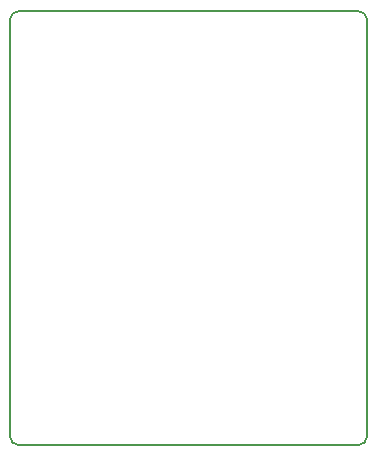
<source format=gbr>
G04 #@! TF.GenerationSoftware,KiCad,Pcbnew,(5.0.0)*
G04 #@! TF.CreationDate,2020-03-15T13:15:32-04:00*
G04 #@! TF.ProjectId,Attiny_IMU_LCD_ETC,417474696E795F494D555F4C43445F45,rev?*
G04 #@! TF.SameCoordinates,Original*
G04 #@! TF.FileFunction,Profile,NP*
%FSLAX46Y46*%
G04 Gerber Fmt 4.6, Leading zero omitted, Abs format (unit mm)*
G04 Created by KiCad (PCBNEW (5.0.0)) date 03/15/20 13:15:32*
%MOMM*%
%LPD*%
G01*
G04 APERTURE LIST*
%ADD10C,0.150000*%
G04 APERTURE END LIST*
D10*
X117250000Y-104250000D02*
G75*
G02X116500000Y-103500000I0J750000D01*
G01*
X117250000Y-104250000D02*
X146000000Y-104250000D01*
X146750000Y-103500000D02*
G75*
G02X146000000Y-104250000I-750000J0D01*
G01*
X116500000Y-68250000D02*
X116500000Y-103500000D01*
X117250000Y-67500000D02*
X146000000Y-67500000D01*
X116500000Y-68250000D02*
G75*
G02X117250000Y-67500000I750000J0D01*
G01*
X146000000Y-67500000D02*
G75*
G02X146750000Y-68250000I0J-750000D01*
G01*
X146750000Y-68250000D02*
X146750000Y-103500000D01*
M02*

</source>
